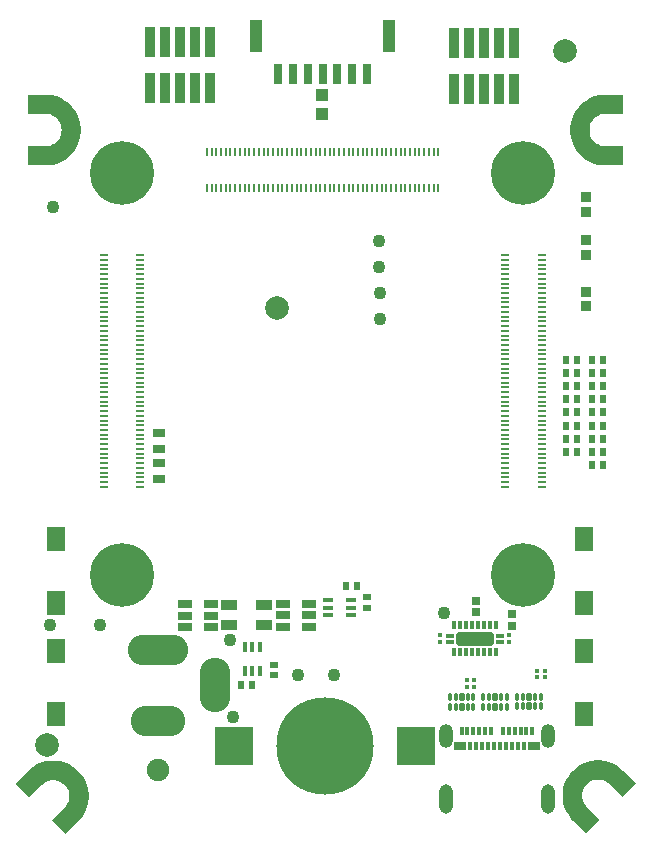
<source format=gts>
G04*
G04 #@! TF.GenerationSoftware,Altium Limited,Altium Designer,22.3.1 (43)*
G04*
G04 Layer_Color=8388736*
%FSLAX44Y44*%
%MOMM*%
G71*
G04*
G04 #@! TF.SameCoordinates,1EA146FA-79B1-4300-8D41-9773874625C2*
G04*
G04*
G04 #@! TF.FilePolarity,Negative*
G04*
G01*
G75*
%ADD44C,1.1016*%
%ADD45R,1.6016X2.1016*%
%ADD46R,0.8016X0.2816*%
%ADD47R,0.2816X0.8016*%
%ADD48R,1.1000X2.8000*%
%ADD49R,0.7000X1.8000*%
%ADD50R,0.5516X0.6516*%
%ADD51R,0.4216X0.4616*%
G04:AMPARAMS|DCode=52|XSize=0.39mm|YSize=0.74mm|CornerRadius=0.095mm|HoleSize=0mm|Usage=FLASHONLY|Rotation=0.000|XOffset=0mm|YOffset=0mm|HoleType=Round|Shape=RoundedRectangle|*
%AMROUNDEDRECTD52*
21,1,0.3900,0.5500,0,0,0.0*
21,1,0.2000,0.7400,0,0,0.0*
1,1,0.1900,0.1000,-0.2750*
1,1,0.1900,-0.1000,-0.2750*
1,1,0.1900,-0.1000,0.2750*
1,1,0.1900,0.1000,0.2750*
%
%ADD52ROUNDEDRECTD52*%
G04:AMPARAMS|DCode=53|XSize=0.39mm|YSize=0.74mm|CornerRadius=0.095mm|HoleSize=0mm|Usage=FLASHONLY|Rotation=270.000|XOffset=0mm|YOffset=0mm|HoleType=Round|Shape=RoundedRectangle|*
%AMROUNDEDRECTD53*
21,1,0.3900,0.5500,0,0,270.0*
21,1,0.2000,0.7400,0,0,270.0*
1,1,0.1900,-0.2750,-0.1000*
1,1,0.1900,-0.2750,0.1000*
1,1,0.1900,0.2750,0.1000*
1,1,0.1900,0.2750,-0.1000*
%
%ADD53ROUNDEDRECTD53*%
G04:AMPARAMS|DCode=54|XSize=1.14mm|YSize=3.14mm|CornerRadius=0.12mm|HoleSize=0mm|Usage=FLASHONLY|Rotation=270.000|XOffset=0mm|YOffset=0mm|HoleType=Round|Shape=RoundedRectangle|*
%AMROUNDEDRECTD54*
21,1,1.1400,2.9000,0,0,270.0*
21,1,0.9000,3.1400,0,0,270.0*
1,1,0.2400,-1.4500,-0.4500*
1,1,0.2400,-1.4500,0.4500*
1,1,0.2400,1.4500,0.4500*
1,1,0.2400,1.4500,-0.4500*
%
%ADD54ROUNDEDRECTD54*%
G04:AMPARAMS|DCode=55|XSize=0.34mm|YSize=0.705mm|CornerRadius=0.12mm|HoleSize=0mm|Usage=FLASHONLY|Rotation=0.000|XOffset=0mm|YOffset=0mm|HoleType=Round|Shape=RoundedRectangle|*
%AMROUNDEDRECTD55*
21,1,0.3400,0.4650,0,0,0.0*
21,1,0.1000,0.7050,0,0,0.0*
1,1,0.2400,0.0500,-0.2325*
1,1,0.2400,-0.0500,-0.2325*
1,1,0.2400,-0.0500,0.2325*
1,1,0.2400,0.0500,0.2325*
%
%ADD55ROUNDEDRECTD55*%
G04:AMPARAMS|DCode=56|XSize=0.54mm|YSize=0.705mm|CornerRadius=0.12mm|HoleSize=0mm|Usage=FLASHONLY|Rotation=0.000|XOffset=0mm|YOffset=0mm|HoleType=Round|Shape=RoundedRectangle|*
%AMROUNDEDRECTD56*
21,1,0.5400,0.4650,0,0,0.0*
21,1,0.3000,0.7050,0,0,0.0*
1,1,0.2400,0.1500,-0.2325*
1,1,0.2400,-0.1500,-0.2325*
1,1,0.2400,-0.1500,0.2325*
1,1,0.2400,0.1500,0.2325*
%
%ADD56ROUNDEDRECTD56*%
%ADD57R,3.3016X3.3016*%
%ADD58C,8.2316*%
%ADD59R,0.4000X0.8000*%
%ADD60R,1.1000X0.8000*%
%ADD61R,0.9016X0.9016*%
%ADD62R,0.7516X0.6516*%
%ADD63R,0.7216X0.7216*%
%ADD64R,1.4016X0.9516*%
%ADD65R,1.1616X0.7516*%
%ADD66R,0.4516X0.9516*%
%ADD67R,0.6516X0.5516*%
%ADD68R,1.0016X0.8016*%
%ADD69R,0.9516X0.4516*%
%ADD70R,0.8616X2.5016*%
%ADD71R,1.1016X1.0016*%
%ADD72C,2.0000*%
%ADD73C,5.4000*%
%ADD74O,1.2000X2.0000*%
%ADD75O,1.2000X2.5000*%
%ADD76C,1.9016*%
%ADD77O,4.6000X2.6000*%
%ADD78O,5.1000X2.6000*%
%ADD79O,2.6000X4.6000*%
G36*
X20939Y1520D02*
X31546Y12127D01*
X32452Y13127D01*
X33950Y15368D01*
X34981Y17858D01*
X35507Y20502D01*
Y23197D01*
X34981Y25841D01*
X33950Y28331D01*
X32452Y30573D01*
X31546Y31572D01*
D01*
X31546Y31572D01*
X30546Y32479D01*
X28305Y33976D01*
X25815Y35008D01*
X23171Y35533D01*
X20475D01*
X17832Y35008D01*
X15342Y33976D01*
X13100Y32479D01*
X12101Y31572D01*
X12101D01*
X1494Y20966D01*
X-9997Y32456D01*
X630Y43083D01*
X2019Y44472D01*
X5136Y46864D01*
X8539Y48828D01*
X12169Y50332D01*
X15963Y51349D01*
X19859Y51861D01*
X23788D01*
X27683Y51349D01*
X31478Y50332D01*
X35108Y48828D01*
X38511Y46864D01*
X41628Y44472D01*
X43017Y43083D01*
D01*
X43056Y43043D01*
X44445Y41654D01*
X46837Y38537D01*
X48802Y35134D01*
X50305Y31505D01*
X51322Y27710D01*
X51835Y23814D01*
Y19885D01*
X51322Y15990D01*
X50305Y12195D01*
X48802Y8565D01*
X46837Y5162D01*
X44445Y2045D01*
X43056Y656D01*
Y656D01*
X32430Y-9970D01*
X20939Y1520D01*
D02*
G37*
G36*
X503559Y21241D02*
X492952Y31848D01*
X491952Y32754D01*
X489711Y34251D01*
X487221Y35283D01*
X484577Y35809D01*
X481881D01*
X479238Y35283D01*
X476748Y34251D01*
X474506Y32754D01*
X473507Y31848D01*
X473507D01*
X473506Y31848D01*
X472600Y30848D01*
X471103Y28607D01*
X470071Y26116D01*
X469545Y23473D01*
Y20777D01*
X470071Y18134D01*
X471103Y15643D01*
X472600Y13402D01*
X473506Y12402D01*
X473506Y12402D01*
X484113Y1796D01*
X472622Y-9695D01*
X461996Y932D01*
X460607Y2321D01*
X458215Y5438D01*
X456251Y8840D01*
X454747Y12470D01*
X453730Y16265D01*
X453218Y20161D01*
Y24090D01*
X453730Y27985D01*
X454747Y31780D01*
X456251Y35410D01*
X458215Y38812D01*
X460607Y41929D01*
X461996Y43319D01*
X461996D01*
X462036Y43358D01*
X463425Y44747D01*
X466542Y47139D01*
X469944Y49103D01*
X473574Y50607D01*
X477369Y51624D01*
X481265Y52137D01*
X485194D01*
X489089Y51624D01*
X492884Y50607D01*
X496514Y49103D01*
X499916Y47139D01*
X503033Y44747D01*
X504423Y43358D01*
D01*
X515049Y32732D01*
X503559Y21241D01*
D02*
G37*
G36*
X232Y572010D02*
X15232D01*
X16580Y572076D01*
X19224Y572602D01*
X21714Y573633D01*
X23955Y575131D01*
X25861Y577037D01*
X27359Y579278D01*
X28390Y581768D01*
X28916Y584412D01*
X28982Y585759D01*
D01*
Y585760D01*
X28916Y587107D01*
X28390Y589751D01*
X27359Y592241D01*
X25861Y594482D01*
X23955Y596388D01*
X21714Y597886D01*
X19224Y598917D01*
X16580Y599443D01*
X15232Y599510D01*
D01*
X232D01*
Y615759D01*
X15260D01*
X17225D01*
X21120Y615247D01*
X24915Y614230D01*
X28545Y612726D01*
X31948Y610762D01*
X35065Y608370D01*
X37843Y605592D01*
X40235Y602475D01*
X42199Y599072D01*
X43703Y595442D01*
X44719Y591647D01*
X45232Y587752D01*
Y585787D01*
D01*
Y585732D01*
Y583767D01*
X44719Y579872D01*
X43703Y576077D01*
X42199Y572447D01*
X40235Y569044D01*
X37843Y565927D01*
X35065Y563149D01*
X31948Y560757D01*
X28545Y558793D01*
X24915Y557289D01*
X21120Y556272D01*
X17225Y555760D01*
X15260D01*
D01*
X232D01*
Y572010D01*
D02*
G37*
G36*
X504767Y572009D02*
X489767D01*
X488420Y572076D01*
X485776Y572601D01*
X483286Y573633D01*
X481045Y575130D01*
X479139Y577036D01*
X477641Y579278D01*
X476610Y581768D01*
X476084Y584412D01*
X476018Y585759D01*
D01*
Y585759D01*
X476084Y587107D01*
X476610Y589751D01*
X477641Y592241D01*
X479139Y594482D01*
X481045Y596388D01*
X483286Y597886D01*
X485776Y598917D01*
X488420Y599443D01*
X489767Y599509D01*
D01*
X504767D01*
Y615759D01*
X489739D01*
X487775D01*
X483880Y615247D01*
X480085Y614230D01*
X476455Y612726D01*
X473052Y610762D01*
X469935Y608370D01*
X467157Y605592D01*
X464765Y602475D01*
X462801Y599072D01*
X461297Y595442D01*
X460280Y591647D01*
X459767Y587752D01*
Y585787D01*
D01*
Y585731D01*
Y583767D01*
X460280Y579872D01*
X461297Y576077D01*
X462801Y572447D01*
X464765Y569044D01*
X467157Y565927D01*
X469935Y563149D01*
X473052Y560757D01*
X476455Y558793D01*
X480085Y557289D01*
X483880Y556272D01*
X487775Y555759D01*
X489739D01*
D01*
X504767D01*
Y572009D01*
D02*
G37*
D44*
X174000Y89000D02*
D03*
X353076Y176500D02*
D03*
X61604Y167000D02*
D03*
X172000Y154000D02*
D03*
X260000Y124000D02*
D03*
X19000Y167000D02*
D03*
X229000Y124000D02*
D03*
X299000Y426000D02*
D03*
X298000Y492000D02*
D03*
X299000Y448000D02*
D03*
X298000Y470000D02*
D03*
X22000Y521000D02*
D03*
D45*
X471000Y91000D02*
D03*
Y145000D02*
D03*
X471000Y185371D02*
D03*
Y239371D02*
D03*
X24000Y185371D02*
D03*
Y239371D02*
D03*
Y91000D02*
D03*
Y145000D02*
D03*
D46*
X95397Y479775D02*
D03*
X64597D02*
D03*
X95397Y475775D02*
D03*
X64597D02*
D03*
Y471775D02*
D03*
X95397D02*
D03*
Y467775D02*
D03*
X64597D02*
D03*
X95397Y463775D02*
D03*
X64597D02*
D03*
X95397Y459775D02*
D03*
X64597D02*
D03*
X95397Y455775D02*
D03*
X64597D02*
D03*
X95397Y451775D02*
D03*
X64597D02*
D03*
X95397Y447775D02*
D03*
X64597D02*
D03*
Y443775D02*
D03*
X95397D02*
D03*
Y439775D02*
D03*
X64597D02*
D03*
X95397Y435775D02*
D03*
X64597D02*
D03*
Y431775D02*
D03*
X95397D02*
D03*
Y427775D02*
D03*
X64597D02*
D03*
X95397Y423775D02*
D03*
X64597D02*
D03*
Y419775D02*
D03*
X95397D02*
D03*
Y415775D02*
D03*
X64597D02*
D03*
X95397Y411775D02*
D03*
X64597D02*
D03*
X95397Y407775D02*
D03*
X64597D02*
D03*
Y403775D02*
D03*
X95397D02*
D03*
Y399775D02*
D03*
X64597D02*
D03*
Y395775D02*
D03*
X95397D02*
D03*
X64597Y391775D02*
D03*
X95397D02*
D03*
X64597Y387775D02*
D03*
X95397D02*
D03*
X64597Y383775D02*
D03*
X95397D02*
D03*
Y379775D02*
D03*
X64597D02*
D03*
Y375775D02*
D03*
X95397D02*
D03*
X64597Y371775D02*
D03*
X95397D02*
D03*
X64597Y367775D02*
D03*
X95397D02*
D03*
X64597Y363775D02*
D03*
X95397D02*
D03*
X64597Y359775D02*
D03*
X95397D02*
D03*
Y355775D02*
D03*
X64597D02*
D03*
Y351775D02*
D03*
X95397D02*
D03*
Y347775D02*
D03*
X64597D02*
D03*
X95397Y343775D02*
D03*
X64597D02*
D03*
X95397Y339775D02*
D03*
X64597D02*
D03*
X95397Y335775D02*
D03*
X64597D02*
D03*
Y331775D02*
D03*
X95397D02*
D03*
Y327775D02*
D03*
X64597D02*
D03*
X95397Y323775D02*
D03*
X64597D02*
D03*
X95397Y319775D02*
D03*
X64597D02*
D03*
X95397Y315775D02*
D03*
X64597D02*
D03*
X95397Y311775D02*
D03*
X64597D02*
D03*
X95397Y307775D02*
D03*
X64597D02*
D03*
X95397Y303775D02*
D03*
X64597D02*
D03*
X95397Y299775D02*
D03*
X64597D02*
D03*
X95397Y295775D02*
D03*
X64597D02*
D03*
X95397Y291775D02*
D03*
X64597D02*
D03*
X95397Y287775D02*
D03*
X64597D02*
D03*
X95397Y283775D02*
D03*
X64597D02*
D03*
X404597Y283774D02*
D03*
X435397D02*
D03*
X404597Y287774D02*
D03*
X435397D02*
D03*
X404597Y291774D02*
D03*
X435397D02*
D03*
X404597Y295774D02*
D03*
X435397D02*
D03*
X404597Y299774D02*
D03*
X435397D02*
D03*
X404597Y303774D02*
D03*
X435397D02*
D03*
X404597Y307774D02*
D03*
X435397D02*
D03*
X404597Y311774D02*
D03*
X435397D02*
D03*
X404597Y315774D02*
D03*
X435397D02*
D03*
X404597Y319774D02*
D03*
X435397D02*
D03*
X404597Y323774D02*
D03*
X435397D02*
D03*
X404597Y327774D02*
D03*
X435397D02*
D03*
Y331774D02*
D03*
X404597D02*
D03*
Y335774D02*
D03*
X435397D02*
D03*
X404597Y339774D02*
D03*
X435397D02*
D03*
X404597Y343774D02*
D03*
X435397D02*
D03*
X404597Y347774D02*
D03*
X435397D02*
D03*
Y351774D02*
D03*
X404597D02*
D03*
Y355774D02*
D03*
X435397D02*
D03*
Y359774D02*
D03*
X404597D02*
D03*
X435397Y363774D02*
D03*
X404597D02*
D03*
X435397Y367774D02*
D03*
X404597D02*
D03*
X435397Y371774D02*
D03*
X404597D02*
D03*
X435397Y375774D02*
D03*
X404597D02*
D03*
Y379774D02*
D03*
X435397D02*
D03*
Y383774D02*
D03*
X404597D02*
D03*
X435397Y387774D02*
D03*
X404597D02*
D03*
X435397Y391774D02*
D03*
X404597D02*
D03*
X435397Y395774D02*
D03*
X404597D02*
D03*
Y399774D02*
D03*
X435397D02*
D03*
Y403774D02*
D03*
X404597D02*
D03*
Y407774D02*
D03*
X435397D02*
D03*
X404597Y411774D02*
D03*
X435397D02*
D03*
X404597Y415774D02*
D03*
X435397D02*
D03*
Y419774D02*
D03*
X404597D02*
D03*
Y423774D02*
D03*
X435397D02*
D03*
X404597Y427774D02*
D03*
X435397D02*
D03*
Y431774D02*
D03*
X404597D02*
D03*
Y435774D02*
D03*
X435397D02*
D03*
X404597Y439774D02*
D03*
X435397D02*
D03*
Y443774D02*
D03*
X404597D02*
D03*
Y447774D02*
D03*
X435397D02*
D03*
X404597Y451774D02*
D03*
X435397D02*
D03*
X404597Y455774D02*
D03*
X435397D02*
D03*
X404597Y459774D02*
D03*
X435397D02*
D03*
X404597Y463774D02*
D03*
X435397D02*
D03*
X404597Y467774D02*
D03*
X435397D02*
D03*
Y471774D02*
D03*
X404597D02*
D03*
Y475774D02*
D03*
X435397D02*
D03*
X404597Y479774D02*
D03*
X435397D02*
D03*
D47*
X347997Y536375D02*
D03*
Y567175D02*
D03*
X343997Y536375D02*
D03*
Y567175D02*
D03*
X339997D02*
D03*
Y536375D02*
D03*
X335997D02*
D03*
Y567175D02*
D03*
X331997Y536375D02*
D03*
Y567175D02*
D03*
X327997Y536375D02*
D03*
Y567175D02*
D03*
X323997Y536375D02*
D03*
Y567175D02*
D03*
X319997Y536375D02*
D03*
Y567175D02*
D03*
X315997Y536375D02*
D03*
Y567175D02*
D03*
X311997D02*
D03*
Y536375D02*
D03*
X307997D02*
D03*
Y567175D02*
D03*
X303997Y536375D02*
D03*
Y567175D02*
D03*
X299997D02*
D03*
Y536375D02*
D03*
X295997D02*
D03*
Y567175D02*
D03*
X291997Y536375D02*
D03*
Y567175D02*
D03*
X287997D02*
D03*
Y536375D02*
D03*
X283997D02*
D03*
Y567175D02*
D03*
X279997Y536375D02*
D03*
Y567175D02*
D03*
X275997Y536375D02*
D03*
Y567175D02*
D03*
X271997D02*
D03*
Y536375D02*
D03*
X267997D02*
D03*
Y567175D02*
D03*
X263997D02*
D03*
Y536375D02*
D03*
X259997Y567175D02*
D03*
Y536375D02*
D03*
X255997Y567175D02*
D03*
Y536375D02*
D03*
X251997Y567175D02*
D03*
Y536375D02*
D03*
X247997D02*
D03*
Y567175D02*
D03*
X243997D02*
D03*
Y536375D02*
D03*
X239997Y567175D02*
D03*
Y536375D02*
D03*
X235997Y567175D02*
D03*
Y536375D02*
D03*
X231997Y567175D02*
D03*
Y536375D02*
D03*
X227997Y567175D02*
D03*
Y536375D02*
D03*
X223997D02*
D03*
Y567175D02*
D03*
X219997D02*
D03*
Y536375D02*
D03*
X215997D02*
D03*
Y567175D02*
D03*
X211997Y536375D02*
D03*
Y567175D02*
D03*
X207997Y536375D02*
D03*
Y567175D02*
D03*
X203997Y536375D02*
D03*
Y567175D02*
D03*
X199997D02*
D03*
Y536375D02*
D03*
X195997D02*
D03*
Y567175D02*
D03*
X191997Y536375D02*
D03*
Y567175D02*
D03*
X187997Y536375D02*
D03*
Y567175D02*
D03*
X183997Y536375D02*
D03*
Y567175D02*
D03*
X179997Y536375D02*
D03*
Y567175D02*
D03*
X175997Y536375D02*
D03*
Y567175D02*
D03*
X171997Y536375D02*
D03*
Y567175D02*
D03*
X167997Y536375D02*
D03*
Y567175D02*
D03*
X163997Y536375D02*
D03*
Y567175D02*
D03*
X159997Y536375D02*
D03*
Y567175D02*
D03*
X155997Y536375D02*
D03*
Y567175D02*
D03*
X151997Y536375D02*
D03*
Y567175D02*
D03*
D48*
X306000Y665000D02*
D03*
X194000D02*
D03*
D49*
X212500Y633000D02*
D03*
X237500D02*
D03*
X262500D02*
D03*
X287500D02*
D03*
X275000D02*
D03*
X225000D02*
D03*
X250000D02*
D03*
D50*
X465500Y380000D02*
D03*
X456500D02*
D03*
X487500Y391000D02*
D03*
X478500D02*
D03*
X487500Y380000D02*
D03*
X478500D02*
D03*
X487500Y369000D02*
D03*
X478500D02*
D03*
X487500Y358000D02*
D03*
X478500D02*
D03*
X487500Y347000D02*
D03*
X478500D02*
D03*
X487500Y335000D02*
D03*
X478500D02*
D03*
X487500Y324000D02*
D03*
X478500D02*
D03*
X487500Y313000D02*
D03*
X478500D02*
D03*
X487500Y302000D02*
D03*
X478500D02*
D03*
X456500Y391000D02*
D03*
X465500D02*
D03*
X456500Y369000D02*
D03*
X465500D02*
D03*
X456500Y358000D02*
D03*
X465500D02*
D03*
X456500Y347000D02*
D03*
X465500D02*
D03*
X456500Y335000D02*
D03*
X465500D02*
D03*
X456500Y324000D02*
D03*
X465500D02*
D03*
X456500Y313000D02*
D03*
X465500D02*
D03*
X190000Y115500D02*
D03*
X181000D02*
D03*
X269961Y200057D02*
D03*
X278961D02*
D03*
D51*
X378424Y114274D02*
D03*
Y119873D02*
D03*
X431932Y128096D02*
D03*
Y122496D02*
D03*
X437929Y128096D02*
D03*
Y122496D02*
D03*
X372314Y119873D02*
D03*
Y114274D02*
D03*
X349000Y157800D02*
D03*
Y152200D02*
D03*
X408000Y157800D02*
D03*
Y152200D02*
D03*
D52*
X391500Y143500D02*
D03*
X396500D02*
D03*
X371500D02*
D03*
X376500Y143500D02*
D03*
X381500D02*
D03*
X386500Y143500D02*
D03*
X361500D02*
D03*
X366500D02*
D03*
X361500Y166500D02*
D03*
X376500D02*
D03*
X381500D02*
D03*
X396500D02*
D03*
X371500D02*
D03*
X366500D02*
D03*
X391500D02*
D03*
X386500D02*
D03*
D53*
X400500Y157500D02*
D03*
Y152500D02*
D03*
X357500D02*
D03*
Y157500D02*
D03*
D54*
X379000Y155000D02*
D03*
D55*
X414665Y106052D02*
D03*
X419665D02*
D03*
X429665D02*
D03*
X434665D02*
D03*
Y97702D02*
D03*
X429665D02*
D03*
X419665D02*
D03*
X414665D02*
D03*
X406114Y97467D02*
D03*
X401114D02*
D03*
X391114D02*
D03*
X386114D02*
D03*
Y105817D02*
D03*
X391114D02*
D03*
X401114D02*
D03*
X406114D02*
D03*
X357755Y105698D02*
D03*
X362755D02*
D03*
X372755D02*
D03*
X377755D02*
D03*
Y97348D02*
D03*
X372755D02*
D03*
X362755D02*
D03*
X357755D02*
D03*
D56*
X424665Y106052D02*
D03*
Y97702D02*
D03*
X396114Y97467D02*
D03*
Y105817D02*
D03*
X367755Y105698D02*
D03*
Y97348D02*
D03*
D57*
X175050Y64000D02*
D03*
X328950D02*
D03*
D58*
X252000D02*
D03*
D59*
X420124Y63994D02*
D03*
X415124D02*
D03*
X367624Y76995D02*
D03*
X372624D02*
D03*
X377624D02*
D03*
X382624D02*
D03*
X387624D02*
D03*
X392624D02*
D03*
X402624D02*
D03*
X407624D02*
D03*
X412624D02*
D03*
X417624D02*
D03*
X422624D02*
D03*
X427624D02*
D03*
X410124Y63994D02*
D03*
X405124D02*
D03*
X400124D02*
D03*
X395124D02*
D03*
X390124D02*
D03*
X385124D02*
D03*
X380124D02*
D03*
X375124D02*
D03*
D60*
X428624D02*
D03*
X366624D02*
D03*
D61*
X473000Y479750D02*
D03*
Y492250D02*
D03*
Y436500D02*
D03*
Y449000D02*
D03*
Y529250D02*
D03*
Y516750D02*
D03*
D62*
X410500Y176000D02*
D03*
Y166000D02*
D03*
D63*
X380000Y187000D02*
D03*
Y178000D02*
D03*
D64*
X171173Y166618D02*
D03*
Y183618D02*
D03*
X200183Y183624D02*
D03*
Y166624D02*
D03*
D65*
X155573Y184224D02*
D03*
Y174724D02*
D03*
Y165224D02*
D03*
X133573D02*
D03*
Y174724D02*
D03*
Y184224D02*
D03*
X216248Y165230D02*
D03*
Y174730D02*
D03*
Y184230D02*
D03*
X238248D02*
D03*
Y174730D02*
D03*
Y165230D02*
D03*
D66*
X184000Y128000D02*
D03*
X190500D02*
D03*
X197000D02*
D03*
Y148000D02*
D03*
X184000D02*
D03*
X190500D02*
D03*
D67*
X208500Y124000D02*
D03*
Y133000D02*
D03*
X287410Y181371D02*
D03*
Y190371D02*
D03*
D68*
X111873Y304007D02*
D03*
Y290007D02*
D03*
X111761Y315311D02*
D03*
Y329311D02*
D03*
D69*
X274321Y174920D02*
D03*
Y181420D02*
D03*
Y187920D02*
D03*
X254321D02*
D03*
Y174920D02*
D03*
Y181420D02*
D03*
D70*
X154769Y660474D02*
D03*
X142069D02*
D03*
X129369D02*
D03*
X116669D02*
D03*
X103969D02*
D03*
X154769Y621474D02*
D03*
X142069D02*
D03*
X129369D02*
D03*
X116669D02*
D03*
X103969D02*
D03*
X361020Y620594D02*
D03*
X373720D02*
D03*
X386420D02*
D03*
X399120D02*
D03*
X411820D02*
D03*
X361020Y659594D02*
D03*
X373720D02*
D03*
X386420D02*
D03*
X399120D02*
D03*
X411820D02*
D03*
D71*
X249800Y599700D02*
D03*
Y615700D02*
D03*
D72*
X17000Y65000D02*
D03*
X455000Y653000D02*
D03*
X211029Y434715D02*
D03*
D73*
X419997Y209305D02*
D03*
X79997D02*
D03*
X419997Y549305D02*
D03*
X79997D02*
D03*
D74*
X354424Y72894D02*
D03*
X440824D02*
D03*
D75*
X354424Y19294D02*
D03*
X440824D02*
D03*
D76*
X111000Y43500D02*
D03*
D77*
X111000Y85250D02*
D03*
D78*
X111000Y145250D02*
D03*
D79*
X159250Y115500D02*
D03*
M02*

</source>
